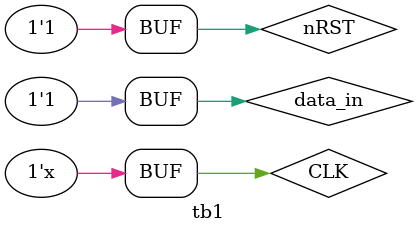
<source format=v>
module tb1;

reg nRST, CLK, data_in;
wire data_out;

pb1 U0(nRST, CLK, data_in, data_out);

always #5 CLK = ~CLK;

initial begin
	nRST = 1; CLK = 0;
	#10 nRST = 0;
	#10 nRST = 1; data_in = 1;
end
endmodule
</source>
